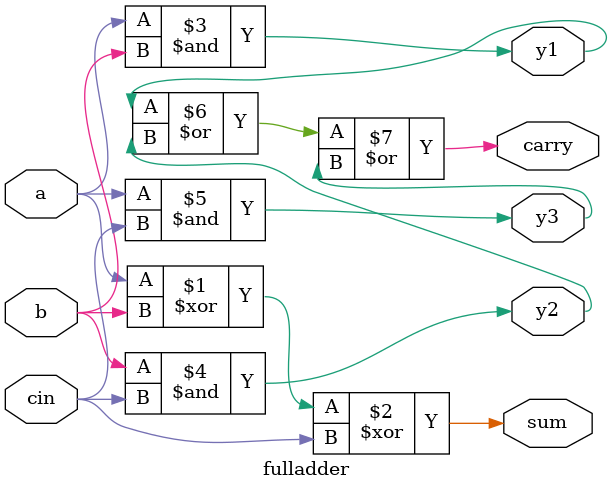
<source format=v>
module fulladder(a,b,cin,sum,carry,y1,y2,y3);
    input a,b,cin;
    output sum,carry,y1,y2,y3;
    xor (sum,a,b,cin);
    and a1(y1,a,b);
    and a2(y2,b,cin);
    and a3(y3,a,cin);
    or (carry,y1,y2,y3);

endmodule

</source>
